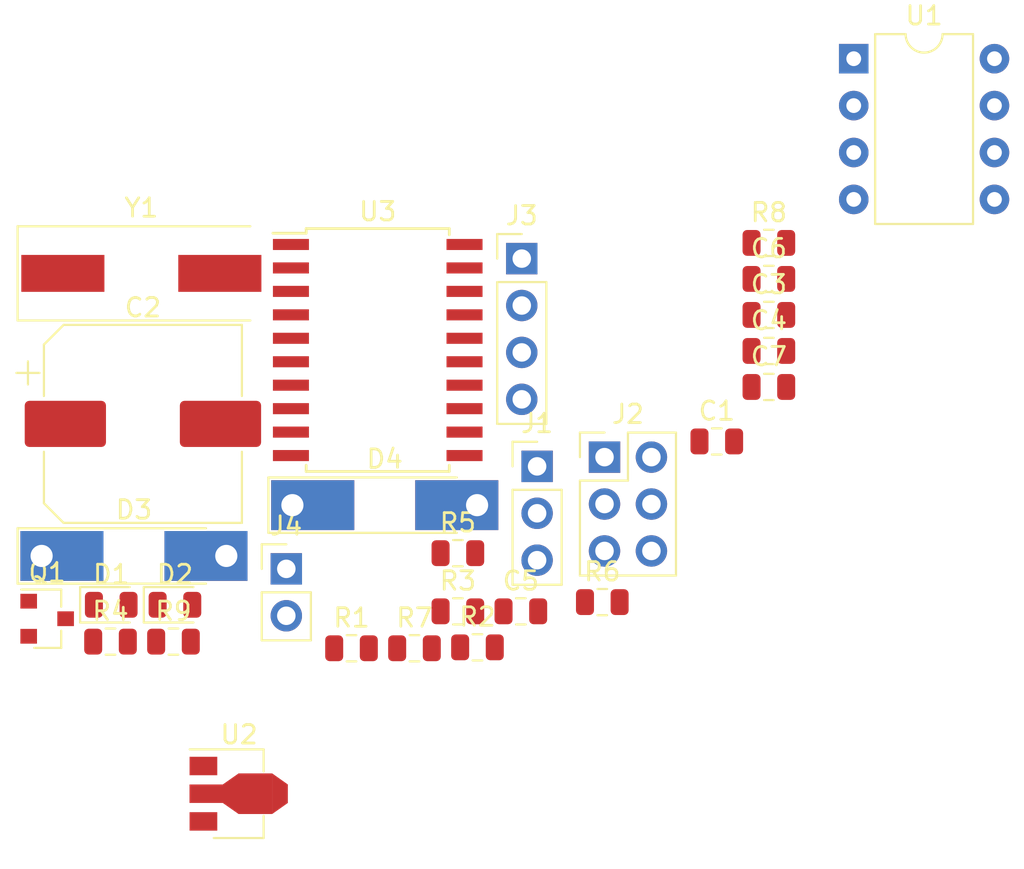
<source format=kicad_pcb>
(kicad_pcb (version 20171130) (host pcbnew 5.0.2-bee76a0~70~ubuntu18.04.1)

  (general
    (thickness 1.6)
    (drawings 0)
    (tracks 0)
    (zones 0)
    (modules 29)
    (nets 31)
  )

  (page A4)
  (layers
    (0 F.Cu signal)
    (31 B.Cu signal)
    (32 B.Adhes user)
    (33 F.Adhes user)
    (34 B.Paste user)
    (35 F.Paste user)
    (36 B.SilkS user)
    (37 F.SilkS user)
    (38 B.Mask user)
    (39 F.Mask user)
    (40 Dwgs.User user)
    (41 Cmts.User user)
    (42 Eco1.User user)
    (43 Eco2.User user)
    (44 Edge.Cuts user)
    (45 Margin user)
    (46 B.CrtYd user)
    (47 F.CrtYd user)
    (48 B.Fab user)
    (49 F.Fab user)
  )

  (setup
    (last_trace_width 0.25)
    (trace_clearance 0.2)
    (zone_clearance 0.508)
    (zone_45_only no)
    (trace_min 0.2)
    (segment_width 0.2)
    (edge_width 0.15)
    (via_size 0.8)
    (via_drill 0.4)
    (via_min_size 0.4)
    (via_min_drill 0.3)
    (uvia_size 0.3)
    (uvia_drill 0.1)
    (uvias_allowed no)
    (uvia_min_size 0.2)
    (uvia_min_drill 0.1)
    (pcb_text_width 0.3)
    (pcb_text_size 1.5 1.5)
    (mod_edge_width 0.15)
    (mod_text_size 1 1)
    (mod_text_width 0.15)
    (pad_size 1.524 1.524)
    (pad_drill 0.762)
    (pad_to_mask_clearance 0.051)
    (solder_mask_min_width 0.25)
    (aux_axis_origin 0 0)
    (visible_elements FFFFFF7F)
    (pcbplotparams
      (layerselection 0x010fc_ffffffff)
      (usegerberextensions false)
      (usegerberattributes false)
      (usegerberadvancedattributes false)
      (creategerberjobfile false)
      (excludeedgelayer true)
      (linewidth 0.100000)
      (plotframeref false)
      (viasonmask false)
      (mode 1)
      (useauxorigin false)
      (hpglpennumber 1)
      (hpglpenspeed 20)
      (hpglpendiameter 15.000000)
      (psnegative false)
      (psa4output false)
      (plotreference true)
      (plotvalue true)
      (plotinvisibletext false)
      (padsonsilk false)
      (subtractmaskfromsilk false)
      (outputformat 1)
      (mirror false)
      (drillshape 1)
      (scaleselection 1)
      (outputdirectory ""))
  )

  (net 0 "")
  (net 1 VCC)
  (net 2 RESET)
  (net 3 "Net-(J1-Pad2)")
  (net 4 "Net-(J1-Pad3)")
  (net 5 "Net-(D3-Pad1)")
  (net 6 FROM_CAM)
  (net 7 "Net-(R3-Pad2)")
  (net 8 "Net-(Q1-Pad1)")
  (net 9 "Net-(D1-Pad2)")
  (net 10 "Net-(D2-Pad2)")
  (net 11 "Net-(D4-Pad1)")
  (net 12 FROM_CCU)
  (net 13 GND)
  (net 14 "Net-(C2-Pad1)")
  (net 15 TallyOut)
  (net 16 "Net-(U3-Pad3)")
  (net 17 "Net-(C5-Pad1)")
  (net 18 "Net-(C4-Pad2)")
  (net 19 TXEN)
  (net 20 "Net-(D1-Pad1)")
  (net 21 "Net-(D2-Pad1)")
  (net 22 "Net-(U3-Pad11)")
  (net 23 "Net-(U3-Pad13)")
  (net 24 "Net-(U3-Pad14)")
  (net 25 "Net-(U3-Pad15)")
  (net 26 "Net-(U3-Pad16)")
  (net 27 MOSI)
  (net 28 MISO)
  (net 29 SCK)
  (net 30 "Net-(J3-Pad2)")

  (net_class Default "This is the default net class."
    (clearance 0.2)
    (trace_width 0.25)
    (via_dia 0.8)
    (via_drill 0.4)
    (uvia_dia 0.3)
    (uvia_drill 0.1)
    (add_net FROM_CAM)
    (add_net FROM_CCU)
    (add_net GND)
    (add_net MISO)
    (add_net MOSI)
    (add_net "Net-(C2-Pad1)")
    (add_net "Net-(C4-Pad2)")
    (add_net "Net-(C5-Pad1)")
    (add_net "Net-(D1-Pad1)")
    (add_net "Net-(D1-Pad2)")
    (add_net "Net-(D2-Pad1)")
    (add_net "Net-(D2-Pad2)")
    (add_net "Net-(D3-Pad1)")
    (add_net "Net-(D4-Pad1)")
    (add_net "Net-(J1-Pad2)")
    (add_net "Net-(J1-Pad3)")
    (add_net "Net-(J3-Pad2)")
    (add_net "Net-(Q1-Pad1)")
    (add_net "Net-(R3-Pad2)")
    (add_net "Net-(U3-Pad11)")
    (add_net "Net-(U3-Pad13)")
    (add_net "Net-(U3-Pad14)")
    (add_net "Net-(U3-Pad15)")
    (add_net "Net-(U3-Pad16)")
    (add_net "Net-(U3-Pad3)")
    (add_net RESET)
    (add_net SCK)
    (add_net TXEN)
    (add_net TallyOut)
    (add_net VCC)
  )

  (module Capacitor_SMD:CP_Elec_10x10.5 (layer F.Cu) (tedit 5BCA39D1) (tstamp 5C7AAF0D)
    (at 103.110001 78.175001)
    (descr "SMD capacitor, aluminum electrolytic, Vishay 1010, 10.0x10.5mm, http://www.vishay.com/docs/28395/150crz.pdf")
    (tags "capacitor electrolytic")
    (path /5C707BF4)
    (attr smd)
    (fp_text reference C2 (at 0 -6.3) (layer F.SilkS)
      (effects (font (size 1 1) (thickness 0.15)))
    )
    (fp_text value 100µF (at 0 6.3) (layer F.Fab)
      (effects (font (size 1 1) (thickness 0.15)))
    )
    (fp_circle (center 0 0) (end 5 0) (layer F.Fab) (width 0.1))
    (fp_line (start 5.25 -5.25) (end 5.25 5.25) (layer F.Fab) (width 0.1))
    (fp_line (start -4.25 -5.25) (end 5.25 -5.25) (layer F.Fab) (width 0.1))
    (fp_line (start -4.25 5.25) (end 5.25 5.25) (layer F.Fab) (width 0.1))
    (fp_line (start -5.25 -4.25) (end -5.25 4.25) (layer F.Fab) (width 0.1))
    (fp_line (start -5.25 -4.25) (end -4.25 -5.25) (layer F.Fab) (width 0.1))
    (fp_line (start -5.25 4.25) (end -4.25 5.25) (layer F.Fab) (width 0.1))
    (fp_line (start -4.558325 -1.7) (end -3.558325 -1.7) (layer F.Fab) (width 0.1))
    (fp_line (start -4.058325 -2.2) (end -4.058325 -1.2) (layer F.Fab) (width 0.1))
    (fp_line (start 5.36 5.36) (end 5.36 1.51) (layer F.SilkS) (width 0.12))
    (fp_line (start 5.36 -5.36) (end 5.36 -1.51) (layer F.SilkS) (width 0.12))
    (fp_line (start -4.295563 -5.36) (end 5.36 -5.36) (layer F.SilkS) (width 0.12))
    (fp_line (start -4.295563 5.36) (end 5.36 5.36) (layer F.SilkS) (width 0.12))
    (fp_line (start -5.36 4.295563) (end -5.36 1.51) (layer F.SilkS) (width 0.12))
    (fp_line (start -5.36 -4.295563) (end -5.36 -1.51) (layer F.SilkS) (width 0.12))
    (fp_line (start -5.36 -4.295563) (end -4.295563 -5.36) (layer F.SilkS) (width 0.12))
    (fp_line (start -5.36 4.295563) (end -4.295563 5.36) (layer F.SilkS) (width 0.12))
    (fp_line (start -6.85 -2.76) (end -5.6 -2.76) (layer F.SilkS) (width 0.12))
    (fp_line (start -6.225 -3.385) (end -6.225 -2.135) (layer F.SilkS) (width 0.12))
    (fp_line (start 5.5 -5.5) (end 5.5 -1.5) (layer F.CrtYd) (width 0.05))
    (fp_line (start 5.5 -1.5) (end 6.65 -1.5) (layer F.CrtYd) (width 0.05))
    (fp_line (start 6.65 -1.5) (end 6.65 1.5) (layer F.CrtYd) (width 0.05))
    (fp_line (start 6.65 1.5) (end 5.5 1.5) (layer F.CrtYd) (width 0.05))
    (fp_line (start 5.5 1.5) (end 5.5 5.5) (layer F.CrtYd) (width 0.05))
    (fp_line (start -4.35 5.5) (end 5.5 5.5) (layer F.CrtYd) (width 0.05))
    (fp_line (start -4.35 -5.5) (end 5.5 -5.5) (layer F.CrtYd) (width 0.05))
    (fp_line (start -5.5 4.35) (end -4.35 5.5) (layer F.CrtYd) (width 0.05))
    (fp_line (start -5.5 -4.35) (end -4.35 -5.5) (layer F.CrtYd) (width 0.05))
    (fp_line (start -5.5 -4.35) (end -5.5 -1.5) (layer F.CrtYd) (width 0.05))
    (fp_line (start -5.5 1.5) (end -5.5 4.35) (layer F.CrtYd) (width 0.05))
    (fp_line (start -5.5 -1.5) (end -6.65 -1.5) (layer F.CrtYd) (width 0.05))
    (fp_line (start -6.65 -1.5) (end -6.65 1.5) (layer F.CrtYd) (width 0.05))
    (fp_line (start -6.65 1.5) (end -5.5 1.5) (layer F.CrtYd) (width 0.05))
    (fp_text user %R (at 0 0) (layer F.Fab)
      (effects (font (size 1 1) (thickness 0.15)))
    )
    (pad 1 smd roundrect (at -4.2 0) (size 4.4 2.5) (layers F.Cu F.Paste F.Mask) (roundrect_rratio 0.1)
      (net 14 "Net-(C2-Pad1)"))
    (pad 2 smd roundrect (at 4.2 0) (size 4.4 2.5) (layers F.Cu F.Paste F.Mask) (roundrect_rratio 0.1)
      (net 13 GND))
    (model ${KISYS3DMOD}/Capacitor_SMD.3dshapes/CP_Elec_10x10.5.wrl
      (at (xyz 0 0 0))
      (scale (xyz 1 1 1))
      (rotate (xyz 0 0 0))
    )
  )

  (module Capacitor_SMD:C_0805_2012Metric (layer F.Cu) (tedit 5B36C52B) (tstamp 5C7AAEE5)
    (at 137.005001 72.275001)
    (descr "Capacitor SMD 0805 (2012 Metric), square (rectangular) end terminal, IPC_7351 nominal, (Body size source: https://docs.google.com/spreadsheets/d/1BsfQQcO9C6DZCsRaXUlFlo91Tg2WpOkGARC1WS5S8t0/edit?usp=sharing), generated with kicad-footprint-generator")
    (tags capacitor)
    (path /5C6F5C4B)
    (attr smd)
    (fp_text reference C3 (at 0 -1.65) (layer F.SilkS)
      (effects (font (size 1 1) (thickness 0.15)))
    )
    (fp_text value 100n (at 0 1.65) (layer F.Fab)
      (effects (font (size 1 1) (thickness 0.15)))
    )
    (fp_text user %R (at 0 0) (layer F.Fab)
      (effects (font (size 0.5 0.5) (thickness 0.08)))
    )
    (fp_line (start 1.68 0.95) (end -1.68 0.95) (layer F.CrtYd) (width 0.05))
    (fp_line (start 1.68 -0.95) (end 1.68 0.95) (layer F.CrtYd) (width 0.05))
    (fp_line (start -1.68 -0.95) (end 1.68 -0.95) (layer F.CrtYd) (width 0.05))
    (fp_line (start -1.68 0.95) (end -1.68 -0.95) (layer F.CrtYd) (width 0.05))
    (fp_line (start -0.258578 0.71) (end 0.258578 0.71) (layer F.SilkS) (width 0.12))
    (fp_line (start -0.258578 -0.71) (end 0.258578 -0.71) (layer F.SilkS) (width 0.12))
    (fp_line (start 1 0.6) (end -1 0.6) (layer F.Fab) (width 0.1))
    (fp_line (start 1 -0.6) (end 1 0.6) (layer F.Fab) (width 0.1))
    (fp_line (start -1 -0.6) (end 1 -0.6) (layer F.Fab) (width 0.1))
    (fp_line (start -1 0.6) (end -1 -0.6) (layer F.Fab) (width 0.1))
    (pad 2 smd roundrect (at 0.9375 0) (size 0.975 1.4) (layers F.Cu F.Paste F.Mask) (roundrect_rratio 0.25)
      (net 13 GND))
    (pad 1 smd roundrect (at -0.9375 0) (size 0.975 1.4) (layers F.Cu F.Paste F.Mask) (roundrect_rratio 0.25)
      (net 14 "Net-(C2-Pad1)"))
    (model ${KISYS3DMOD}/Capacitor_SMD.3dshapes/C_0805_2012Metric.wrl
      (at (xyz 0 0 0))
      (scale (xyz 1 1 1))
      (rotate (xyz 0 0 0))
    )
  )

  (module Capacitor_SMD:C_0805_2012Metric (layer F.Cu) (tedit 5B36C52B) (tstamp 5C7AAED4)
    (at 137.005001 74.225001)
    (descr "Capacitor SMD 0805 (2012 Metric), square (rectangular) end terminal, IPC_7351 nominal, (Body size source: https://docs.google.com/spreadsheets/d/1BsfQQcO9C6DZCsRaXUlFlo91Tg2WpOkGARC1WS5S8t0/edit?usp=sharing), generated with kicad-footprint-generator")
    (tags capacitor)
    (path /5C6F596F)
    (attr smd)
    (fp_text reference C4 (at 0 -1.65) (layer F.SilkS)
      (effects (font (size 1 1) (thickness 0.15)))
    )
    (fp_text value 22p (at 0 1.65) (layer F.Fab)
      (effects (font (size 1 1) (thickness 0.15)))
    )
    (fp_line (start -1 0.6) (end -1 -0.6) (layer F.Fab) (width 0.1))
    (fp_line (start -1 -0.6) (end 1 -0.6) (layer F.Fab) (width 0.1))
    (fp_line (start 1 -0.6) (end 1 0.6) (layer F.Fab) (width 0.1))
    (fp_line (start 1 0.6) (end -1 0.6) (layer F.Fab) (width 0.1))
    (fp_line (start -0.258578 -0.71) (end 0.258578 -0.71) (layer F.SilkS) (width 0.12))
    (fp_line (start -0.258578 0.71) (end 0.258578 0.71) (layer F.SilkS) (width 0.12))
    (fp_line (start -1.68 0.95) (end -1.68 -0.95) (layer F.CrtYd) (width 0.05))
    (fp_line (start -1.68 -0.95) (end 1.68 -0.95) (layer F.CrtYd) (width 0.05))
    (fp_line (start 1.68 -0.95) (end 1.68 0.95) (layer F.CrtYd) (width 0.05))
    (fp_line (start 1.68 0.95) (end -1.68 0.95) (layer F.CrtYd) (width 0.05))
    (fp_text user %R (at 0 0) (layer F.Fab)
      (effects (font (size 0.5 0.5) (thickness 0.08)))
    )
    (pad 1 smd roundrect (at -0.9375 0) (size 0.975 1.4) (layers F.Cu F.Paste F.Mask) (roundrect_rratio 0.25)
      (net 13 GND))
    (pad 2 smd roundrect (at 0.9375 0) (size 0.975 1.4) (layers F.Cu F.Paste F.Mask) (roundrect_rratio 0.25)
      (net 18 "Net-(C4-Pad2)"))
    (model ${KISYS3DMOD}/Capacitor_SMD.3dshapes/C_0805_2012Metric.wrl
      (at (xyz 0 0 0))
      (scale (xyz 1 1 1))
      (rotate (xyz 0 0 0))
    )
  )

  (module Capacitor_SMD:C_0805_2012Metric (layer F.Cu) (tedit 5B36C52B) (tstamp 5C7AAEC3)
    (at 123.575001 88.325001)
    (descr "Capacitor SMD 0805 (2012 Metric), square (rectangular) end terminal, IPC_7351 nominal, (Body size source: https://docs.google.com/spreadsheets/d/1BsfQQcO9C6DZCsRaXUlFlo91Tg2WpOkGARC1WS5S8t0/edit?usp=sharing), generated with kicad-footprint-generator")
    (tags capacitor)
    (path /5C6F5921)
    (attr smd)
    (fp_text reference C5 (at 0 -1.65) (layer F.SilkS)
      (effects (font (size 1 1) (thickness 0.15)))
    )
    (fp_text value 22p (at 0 1.65) (layer F.Fab)
      (effects (font (size 1 1) (thickness 0.15)))
    )
    (fp_text user %R (at 0 0) (layer F.Fab)
      (effects (font (size 0.5 0.5) (thickness 0.08)))
    )
    (fp_line (start 1.68 0.95) (end -1.68 0.95) (layer F.CrtYd) (width 0.05))
    (fp_line (start 1.68 -0.95) (end 1.68 0.95) (layer F.CrtYd) (width 0.05))
    (fp_line (start -1.68 -0.95) (end 1.68 -0.95) (layer F.CrtYd) (width 0.05))
    (fp_line (start -1.68 0.95) (end -1.68 -0.95) (layer F.CrtYd) (width 0.05))
    (fp_line (start -0.258578 0.71) (end 0.258578 0.71) (layer F.SilkS) (width 0.12))
    (fp_line (start -0.258578 -0.71) (end 0.258578 -0.71) (layer F.SilkS) (width 0.12))
    (fp_line (start 1 0.6) (end -1 0.6) (layer F.Fab) (width 0.1))
    (fp_line (start 1 -0.6) (end 1 0.6) (layer F.Fab) (width 0.1))
    (fp_line (start -1 -0.6) (end 1 -0.6) (layer F.Fab) (width 0.1))
    (fp_line (start -1 0.6) (end -1 -0.6) (layer F.Fab) (width 0.1))
    (pad 2 smd roundrect (at 0.9375 0) (size 0.975 1.4) (layers F.Cu F.Paste F.Mask) (roundrect_rratio 0.25)
      (net 13 GND))
    (pad 1 smd roundrect (at -0.9375 0) (size 0.975 1.4) (layers F.Cu F.Paste F.Mask) (roundrect_rratio 0.25)
      (net 17 "Net-(C5-Pad1)"))
    (model ${KISYS3DMOD}/Capacitor_SMD.3dshapes/C_0805_2012Metric.wrl
      (at (xyz 0 0 0))
      (scale (xyz 1 1 1))
      (rotate (xyz 0 0 0))
    )
  )

  (module Capacitor_SMD:C_0805_2012Metric (layer F.Cu) (tedit 5B36C52B) (tstamp 5C7AAEB2)
    (at 137.005001 70.325001)
    (descr "Capacitor SMD 0805 (2012 Metric), square (rectangular) end terminal, IPC_7351 nominal, (Body size source: https://docs.google.com/spreadsheets/d/1BsfQQcO9C6DZCsRaXUlFlo91Tg2WpOkGARC1WS5S8t0/edit?usp=sharing), generated with kicad-footprint-generator")
    (tags capacitor)
    (path /5C6F5C9D)
    (attr smd)
    (fp_text reference C6 (at 0 -1.65) (layer F.SilkS)
      (effects (font (size 1 1) (thickness 0.15)))
    )
    (fp_text value 100n (at 0 1.65) (layer F.Fab)
      (effects (font (size 1 1) (thickness 0.15)))
    )
    (fp_line (start -1 0.6) (end -1 -0.6) (layer F.Fab) (width 0.1))
    (fp_line (start -1 -0.6) (end 1 -0.6) (layer F.Fab) (width 0.1))
    (fp_line (start 1 -0.6) (end 1 0.6) (layer F.Fab) (width 0.1))
    (fp_line (start 1 0.6) (end -1 0.6) (layer F.Fab) (width 0.1))
    (fp_line (start -0.258578 -0.71) (end 0.258578 -0.71) (layer F.SilkS) (width 0.12))
    (fp_line (start -0.258578 0.71) (end 0.258578 0.71) (layer F.SilkS) (width 0.12))
    (fp_line (start -1.68 0.95) (end -1.68 -0.95) (layer F.CrtYd) (width 0.05))
    (fp_line (start -1.68 -0.95) (end 1.68 -0.95) (layer F.CrtYd) (width 0.05))
    (fp_line (start 1.68 -0.95) (end 1.68 0.95) (layer F.CrtYd) (width 0.05))
    (fp_line (start 1.68 0.95) (end -1.68 0.95) (layer F.CrtYd) (width 0.05))
    (fp_text user %R (at 0 0) (layer F.Fab)
      (effects (font (size 0.5 0.5) (thickness 0.08)))
    )
    (pad 1 smd roundrect (at -0.9375 0) (size 0.975 1.4) (layers F.Cu F.Paste F.Mask) (roundrect_rratio 0.25)
      (net 13 GND))
    (pad 2 smd roundrect (at 0.9375 0) (size 0.975 1.4) (layers F.Cu F.Paste F.Mask) (roundrect_rratio 0.25)
      (net 1 VCC))
    (model ${KISYS3DMOD}/Capacitor_SMD.3dshapes/C_0805_2012Metric.wrl
      (at (xyz 0 0 0))
      (scale (xyz 1 1 1))
      (rotate (xyz 0 0 0))
    )
  )

  (module Capacitor_SMD:C_0805_2012Metric (layer F.Cu) (tedit 5B36C52B) (tstamp 5C7AAEA1)
    (at 137.005001 76.175001)
    (descr "Capacitor SMD 0805 (2012 Metric), square (rectangular) end terminal, IPC_7351 nominal, (Body size source: https://docs.google.com/spreadsheets/d/1BsfQQcO9C6DZCsRaXUlFlo91Tg2WpOkGARC1WS5S8t0/edit?usp=sharing), generated with kicad-footprint-generator")
    (tags capacitor)
    (path /5C6F524C)
    (attr smd)
    (fp_text reference C7 (at 0 -1.65) (layer F.SilkS)
      (effects (font (size 1 1) (thickness 0.15)))
    )
    (fp_text value 100n (at 0 1.65) (layer F.Fab)
      (effects (font (size 1 1) (thickness 0.15)))
    )
    (fp_text user %R (at 0 0) (layer F.Fab)
      (effects (font (size 0.5 0.5) (thickness 0.08)))
    )
    (fp_line (start 1.68 0.95) (end -1.68 0.95) (layer F.CrtYd) (width 0.05))
    (fp_line (start 1.68 -0.95) (end 1.68 0.95) (layer F.CrtYd) (width 0.05))
    (fp_line (start -1.68 -0.95) (end 1.68 -0.95) (layer F.CrtYd) (width 0.05))
    (fp_line (start -1.68 0.95) (end -1.68 -0.95) (layer F.CrtYd) (width 0.05))
    (fp_line (start -0.258578 0.71) (end 0.258578 0.71) (layer F.SilkS) (width 0.12))
    (fp_line (start -0.258578 -0.71) (end 0.258578 -0.71) (layer F.SilkS) (width 0.12))
    (fp_line (start 1 0.6) (end -1 0.6) (layer F.Fab) (width 0.1))
    (fp_line (start 1 -0.6) (end 1 0.6) (layer F.Fab) (width 0.1))
    (fp_line (start -1 -0.6) (end 1 -0.6) (layer F.Fab) (width 0.1))
    (fp_line (start -1 0.6) (end -1 -0.6) (layer F.Fab) (width 0.1))
    (pad 2 smd roundrect (at 0.9375 0) (size 0.975 1.4) (layers F.Cu F.Paste F.Mask) (roundrect_rratio 0.25)
      (net 13 GND))
    (pad 1 smd roundrect (at -0.9375 0) (size 0.975 1.4) (layers F.Cu F.Paste F.Mask) (roundrect_rratio 0.25)
      (net 1 VCC))
    (model ${KISYS3DMOD}/Capacitor_SMD.3dshapes/C_0805_2012Metric.wrl
      (at (xyz 0 0 0))
      (scale (xyz 1 1 1))
      (rotate (xyz 0 0 0))
    )
  )

  (module Capacitor_SMD:C_0805_2012Metric (layer F.Cu) (tedit 5B36C52B) (tstamp 5C7AAE90)
    (at 134.185001 79.125001)
    (descr "Capacitor SMD 0805 (2012 Metric), square (rectangular) end terminal, IPC_7351 nominal, (Body size source: https://docs.google.com/spreadsheets/d/1BsfQQcO9C6DZCsRaXUlFlo91Tg2WpOkGARC1WS5S8t0/edit?usp=sharing), generated with kicad-footprint-generator")
    (tags capacitor)
    (path /5C6F5212)
    (attr smd)
    (fp_text reference C1 (at 0 -1.65) (layer F.SilkS)
      (effects (font (size 1 1) (thickness 0.15)))
    )
    (fp_text value 100n (at 0 1.65) (layer F.Fab)
      (effects (font (size 1 1) (thickness 0.15)))
    )
    (fp_line (start -1 0.6) (end -1 -0.6) (layer F.Fab) (width 0.1))
    (fp_line (start -1 -0.6) (end 1 -0.6) (layer F.Fab) (width 0.1))
    (fp_line (start 1 -0.6) (end 1 0.6) (layer F.Fab) (width 0.1))
    (fp_line (start 1 0.6) (end -1 0.6) (layer F.Fab) (width 0.1))
    (fp_line (start -0.258578 -0.71) (end 0.258578 -0.71) (layer F.SilkS) (width 0.12))
    (fp_line (start -0.258578 0.71) (end 0.258578 0.71) (layer F.SilkS) (width 0.12))
    (fp_line (start -1.68 0.95) (end -1.68 -0.95) (layer F.CrtYd) (width 0.05))
    (fp_line (start -1.68 -0.95) (end 1.68 -0.95) (layer F.CrtYd) (width 0.05))
    (fp_line (start 1.68 -0.95) (end 1.68 0.95) (layer F.CrtYd) (width 0.05))
    (fp_line (start 1.68 0.95) (end -1.68 0.95) (layer F.CrtYd) (width 0.05))
    (fp_text user %R (at 0 0) (layer F.Fab)
      (effects (font (size 0.5 0.5) (thickness 0.08)))
    )
    (pad 1 smd roundrect (at -0.9375 0) (size 0.975 1.4) (layers F.Cu F.Paste F.Mask) (roundrect_rratio 0.25)
      (net 1 VCC))
    (pad 2 smd roundrect (at 0.9375 0) (size 0.975 1.4) (layers F.Cu F.Paste F.Mask) (roundrect_rratio 0.25)
      (net 13 GND))
    (model ${KISYS3DMOD}/Capacitor_SMD.3dshapes/C_0805_2012Metric.wrl
      (at (xyz 0 0 0))
      (scale (xyz 1 1 1))
      (rotate (xyz 0 0 0))
    )
  )

  (module Connector_PinHeader_2.54mm:PinHeader_1x02_P2.54mm_Vertical (layer F.Cu) (tedit 59FED5CC) (tstamp 5C7AAE7F)
    (at 110.875001 86.025001)
    (descr "Through hole straight pin header, 1x02, 2.54mm pitch, single row")
    (tags "Through hole pin header THT 1x02 2.54mm single row")
    (path /5C708475)
    (fp_text reference J4 (at 0 -2.33) (layer F.SilkS)
      (effects (font (size 1 1) (thickness 0.15)))
    )
    (fp_text value Conn_01x02 (at 0 4.87) (layer F.Fab)
      (effects (font (size 1 1) (thickness 0.15)))
    )
    (fp_line (start -0.635 -1.27) (end 1.27 -1.27) (layer F.Fab) (width 0.1))
    (fp_line (start 1.27 -1.27) (end 1.27 3.81) (layer F.Fab) (width 0.1))
    (fp_line (start 1.27 3.81) (end -1.27 3.81) (layer F.Fab) (width 0.1))
    (fp_line (start -1.27 3.81) (end -1.27 -0.635) (layer F.Fab) (width 0.1))
    (fp_line (start -1.27 -0.635) (end -0.635 -1.27) (layer F.Fab) (width 0.1))
    (fp_line (start -1.33 3.87) (end 1.33 3.87) (layer F.SilkS) (width 0.12))
    (fp_line (start -1.33 1.27) (end -1.33 3.87) (layer F.SilkS) (width 0.12))
    (fp_line (start 1.33 1.27) (end 1.33 3.87) (layer F.SilkS) (width 0.12))
    (fp_line (start -1.33 1.27) (end 1.33 1.27) (layer F.SilkS) (width 0.12))
    (fp_line (start -1.33 0) (end -1.33 -1.33) (layer F.SilkS) (width 0.12))
    (fp_line (start -1.33 -1.33) (end 0 -1.33) (layer F.SilkS) (width 0.12))
    (fp_line (start -1.8 -1.8) (end -1.8 4.35) (layer F.CrtYd) (width 0.05))
    (fp_line (start -1.8 4.35) (end 1.8 4.35) (layer F.CrtYd) (width 0.05))
    (fp_line (start 1.8 4.35) (end 1.8 -1.8) (layer F.CrtYd) (width 0.05))
    (fp_line (start 1.8 -1.8) (end -1.8 -1.8) (layer F.CrtYd) (width 0.05))
    (fp_text user %R (at 0 1.27 90) (layer F.Fab)
      (effects (font (size 1 1) (thickness 0.15)))
    )
    (pad 1 thru_hole rect (at 0 0) (size 1.7 1.7) (drill 1) (layers *.Cu *.Mask)
      (net 1 VCC))
    (pad 2 thru_hole oval (at 0 2.54) (size 1.7 1.7) (drill 1) (layers *.Cu *.Mask)
      (net 15 TallyOut))
    (model ${KISYS3DMOD}/Connector_PinHeader_2.54mm.3dshapes/PinHeader_1x02_P2.54mm_Vertical.wrl
      (at (xyz 0 0 0))
      (scale (xyz 1 1 1))
      (rotate (xyz 0 0 0))
    )
  )

  (module Connector_PinHeader_2.54mm:PinHeader_1x03_P2.54mm_Vertical (layer F.Cu) (tedit 59FED5CC) (tstamp 5C7AAE69)
    (at 124.455001 80.475001)
    (descr "Through hole straight pin header, 1x03, 2.54mm pitch, single row")
    (tags "Through hole pin header THT 1x03 2.54mm single row")
    (path /5C6FA9CF)
    (fp_text reference J1 (at 0 -2.33) (layer F.SilkS)
      (effects (font (size 1 1) (thickness 0.15)))
    )
    (fp_text value Conn_01x03 (at 0 7.41) (layer F.Fab)
      (effects (font (size 1 1) (thickness 0.15)))
    )
    (fp_line (start -0.635 -1.27) (end 1.27 -1.27) (layer F.Fab) (width 0.1))
    (fp_line (start 1.27 -1.27) (end 1.27 6.35) (layer F.Fab) (width 0.1))
    (fp_line (start 1.27 6.35) (end -1.27 6.35) (layer F.Fab) (width 0.1))
    (fp_line (start -1.27 6.35) (end -1.27 -0.635) (layer F.Fab) (width 0.1))
    (fp_line (start -1.27 -0.635) (end -0.635 -1.27) (layer F.Fab) (width 0.1))
    (fp_line (start -1.33 6.41) (end 1.33 6.41) (layer F.SilkS) (width 0.12))
    (fp_line (start -1.33 1.27) (end -1.33 6.41) (layer F.SilkS) (width 0.12))
    (fp_line (start 1.33 1.27) (end 1.33 6.41) (layer F.SilkS) (width 0.12))
    (fp_line (start -1.33 1.27) (end 1.33 1.27) (layer F.SilkS) (width 0.12))
    (fp_line (start -1.33 0) (end -1.33 -1.33) (layer F.SilkS) (width 0.12))
    (fp_line (start -1.33 -1.33) (end 0 -1.33) (layer F.SilkS) (width 0.12))
    (fp_line (start -1.8 -1.8) (end -1.8 6.85) (layer F.CrtYd) (width 0.05))
    (fp_line (start -1.8 6.85) (end 1.8 6.85) (layer F.CrtYd) (width 0.05))
    (fp_line (start 1.8 6.85) (end 1.8 -1.8) (layer F.CrtYd) (width 0.05))
    (fp_line (start 1.8 -1.8) (end -1.8 -1.8) (layer F.CrtYd) (width 0.05))
    (fp_text user %R (at 0 2.54 90) (layer F.Fab)
      (effects (font (size 1 1) (thickness 0.15)))
    )
    (pad 1 thru_hole rect (at 0 0) (size 1.7 1.7) (drill 1) (layers *.Cu *.Mask)
      (net 13 GND))
    (pad 2 thru_hole oval (at 0 2.54) (size 1.7 1.7) (drill 1) (layers *.Cu *.Mask)
      (net 3 "Net-(J1-Pad2)"))
    (pad 3 thru_hole oval (at 0 5.08) (size 1.7 1.7) (drill 1) (layers *.Cu *.Mask)
      (net 4 "Net-(J1-Pad3)"))
    (model ${KISYS3DMOD}/Connector_PinHeader_2.54mm.3dshapes/PinHeader_1x03_P2.54mm_Vertical.wrl
      (at (xyz 0 0 0))
      (scale (xyz 1 1 1))
      (rotate (xyz 0 0 0))
    )
  )

  (module Connector_PinHeader_2.54mm:PinHeader_1x04_P2.54mm_Vertical (layer F.Cu) (tedit 59FED5CC) (tstamp 5C7AAE52)
    (at 123.625001 69.225001)
    (descr "Through hole straight pin header, 1x04, 2.54mm pitch, single row")
    (tags "Through hole pin header THT 1x04 2.54mm single row")
    (path /5C6F7ECF)
    (fp_text reference J3 (at 0 -2.33) (layer F.SilkS)
      (effects (font (size 1 1) (thickness 0.15)))
    )
    (fp_text value Conn_01x04 (at 0 9.95) (layer F.Fab)
      (effects (font (size 1 1) (thickness 0.15)))
    )
    (fp_line (start -0.635 -1.27) (end 1.27 -1.27) (layer F.Fab) (width 0.1))
    (fp_line (start 1.27 -1.27) (end 1.27 8.89) (layer F.Fab) (width 0.1))
    (fp_line (start 1.27 8.89) (end -1.27 8.89) (layer F.Fab) (width 0.1))
    (fp_line (start -1.27 8.89) (end -1.27 -0.635) (layer F.Fab) (width 0.1))
    (fp_line (start -1.27 -0.635) (end -0.635 -1.27) (layer F.Fab) (width 0.1))
    (fp_line (start -1.33 8.95) (end 1.33 8.95) (layer F.SilkS) (width 0.12))
    (fp_line (start -1.33 1.27) (end -1.33 8.95) (layer F.SilkS) (width 0.12))
    (fp_line (start 1.33 1.27) (end 1.33 8.95) (layer F.SilkS) (width 0.12))
    (fp_line (start -1.33 1.27) (end 1.33 1.27) (layer F.SilkS) (width 0.12))
    (fp_line (start -1.33 0) (end -1.33 -1.33) (layer F.SilkS) (width 0.12))
    (fp_line (start -1.33 -1.33) (end 0 -1.33) (layer F.SilkS) (width 0.12))
    (fp_line (start -1.8 -1.8) (end -1.8 9.4) (layer F.CrtYd) (width 0.05))
    (fp_line (start -1.8 9.4) (end 1.8 9.4) (layer F.CrtYd) (width 0.05))
    (fp_line (start 1.8 9.4) (end 1.8 -1.8) (layer F.CrtYd) (width 0.05))
    (fp_line (start 1.8 -1.8) (end -1.8 -1.8) (layer F.CrtYd) (width 0.05))
    (fp_text user %R (at 0 3.81 90) (layer F.Fab)
      (effects (font (size 1 1) (thickness 0.15)))
    )
    (pad 1 thru_hole rect (at 0 0) (size 1.7 1.7) (drill 1) (layers *.Cu *.Mask)
      (net 13 GND))
    (pad 2 thru_hole oval (at 0 2.54) (size 1.7 1.7) (drill 1) (layers *.Cu *.Mask)
      (net 30 "Net-(J3-Pad2)"))
    (pad 3 thru_hole oval (at 0 5.08) (size 1.7 1.7) (drill 1) (layers *.Cu *.Mask)
      (net 5 "Net-(D3-Pad1)"))
    (pad 4 thru_hole oval (at 0 7.62) (size 1.7 1.7) (drill 1) (layers *.Cu *.Mask)
      (net 11 "Net-(D4-Pad1)"))
    (model ${KISYS3DMOD}/Connector_PinHeader_2.54mm.3dshapes/PinHeader_1x04_P2.54mm_Vertical.wrl
      (at (xyz 0 0 0))
      (scale (xyz 1 1 1))
      (rotate (xyz 0 0 0))
    )
  )

  (module Connector_PinHeader_2.54mm:PinHeader_2x03_P2.54mm_Vertical (layer F.Cu) (tedit 59FED5CC) (tstamp 5C7AB25E)
    (at 128.105001 79.975001)
    (descr "Through hole straight pin header, 2x03, 2.54mm pitch, double rows")
    (tags "Through hole pin header THT 2x03 2.54mm double row")
    (path /5C7037EA)
    (fp_text reference J2 (at 1.27 -2.33) (layer F.SilkS)
      (effects (font (size 1 1) (thickness 0.15)))
    )
    (fp_text value Conn_02x03_Odd_Even (at 1.27 7.41) (layer F.Fab)
      (effects (font (size 1 1) (thickness 0.15)))
    )
    (fp_line (start 0 -1.27) (end 3.81 -1.27) (layer F.Fab) (width 0.1))
    (fp_line (start 3.81 -1.27) (end 3.81 6.35) (layer F.Fab) (width 0.1))
    (fp_line (start 3.81 6.35) (end -1.27 6.35) (layer F.Fab) (width 0.1))
    (fp_line (start -1.27 6.35) (end -1.27 0) (layer F.Fab) (width 0.1))
    (fp_line (start -1.27 0) (end 0 -1.27) (layer F.Fab) (width 0.1))
    (fp_line (start -1.33 6.41) (end 3.87 6.41) (layer F.SilkS) (width 0.12))
    (fp_line (start -1.33 1.27) (end -1.33 6.41) (layer F.SilkS) (width 0.12))
    (fp_line (start 3.87 -1.33) (end 3.87 6.41) (layer F.SilkS) (width 0.12))
    (fp_line (start -1.33 1.27) (end 1.27 1.27) (layer F.SilkS) (width 0.12))
    (fp_line (start 1.27 1.27) (end 1.27 -1.33) (layer F.SilkS) (width 0.12))
    (fp_line (start 1.27 -1.33) (end 3.87 -1.33) (layer F.SilkS) (width 0.12))
    (fp_line (start -1.33 0) (end -1.33 -1.33) (layer F.SilkS) (width 0.12))
    (fp_line (start -1.33 -1.33) (end 0 -1.33) (layer F.SilkS) (width 0.12))
    (fp_line (start -1.8 -1.8) (end -1.8 6.85) (layer F.CrtYd) (width 0.05))
    (fp_line (start -1.8 6.85) (end 4.35 6.85) (layer F.CrtYd) (width 0.05))
    (fp_line (start 4.35 6.85) (end 4.35 -1.8) (layer F.CrtYd) (width 0.05))
    (fp_line (start 4.35 -1.8) (end -1.8 -1.8) (layer F.CrtYd) (width 0.05))
    (fp_text user %R (at 1.27 2.54 90) (layer F.Fab)
      (effects (font (size 1 1) (thickness 0.15)))
    )
    (pad 1 thru_hole rect (at 0 0) (size 1.7 1.7) (drill 1) (layers *.Cu *.Mask)
      (net 28 MISO))
    (pad 2 thru_hole oval (at 2.54 0) (size 1.7 1.7) (drill 1) (layers *.Cu *.Mask)
      (net 1 VCC))
    (pad 3 thru_hole oval (at 0 2.54) (size 1.7 1.7) (drill 1) (layers *.Cu *.Mask)
      (net 29 SCK))
    (pad 4 thru_hole oval (at 2.54 2.54) (size 1.7 1.7) (drill 1) (layers *.Cu *.Mask)
      (net 27 MOSI))
    (pad 5 thru_hole oval (at 0 5.08) (size 1.7 1.7) (drill 1) (layers *.Cu *.Mask)
      (net 2 RESET))
    (pad 6 thru_hole oval (at 2.54 5.08) (size 1.7 1.7) (drill 1) (layers *.Cu *.Mask)
      (net 13 GND))
    (model ${KISYS3DMOD}/Connector_PinHeader_2.54mm.3dshapes/PinHeader_2x03_P2.54mm_Vertical.wrl
      (at (xyz 0 0 0))
      (scale (xyz 1 1 1))
      (rotate (xyz 0 0 0))
    )
  )

  (module Crystal:Crystal_SMD_HC49-SD (layer F.Cu) (tedit 5A1AD52C) (tstamp 5C7AAE1E)
    (at 103.025001 70.025001)
    (descr "SMD Crystal HC-49-SD http://cdn-reichelt.de/documents/datenblatt/B400/xxx-HC49-SMD.pdf, 11.4x4.7mm^2 package")
    (tags "SMD SMT crystal")
    (path /5C6F5D63)
    (attr smd)
    (fp_text reference Y1 (at 0 -3.55) (layer F.SilkS)
      (effects (font (size 1 1) (thickness 0.15)))
    )
    (fp_text value Crystal (at 0 3.55) (layer F.Fab)
      (effects (font (size 1 1) (thickness 0.15)))
    )
    (fp_text user %R (at 0 0) (layer F.Fab)
      (effects (font (size 1 1) (thickness 0.15)))
    )
    (fp_line (start -5.7 -2.35) (end -5.7 2.35) (layer F.Fab) (width 0.1))
    (fp_line (start -5.7 2.35) (end 5.7 2.35) (layer F.Fab) (width 0.1))
    (fp_line (start 5.7 2.35) (end 5.7 -2.35) (layer F.Fab) (width 0.1))
    (fp_line (start 5.7 -2.35) (end -5.7 -2.35) (layer F.Fab) (width 0.1))
    (fp_line (start -3.015 -2.115) (end 3.015 -2.115) (layer F.Fab) (width 0.1))
    (fp_line (start -3.015 2.115) (end 3.015 2.115) (layer F.Fab) (width 0.1))
    (fp_line (start 5.9 -2.55) (end -6.7 -2.55) (layer F.SilkS) (width 0.12))
    (fp_line (start -6.7 -2.55) (end -6.7 2.55) (layer F.SilkS) (width 0.12))
    (fp_line (start -6.7 2.55) (end 5.9 2.55) (layer F.SilkS) (width 0.12))
    (fp_line (start -6.8 -2.6) (end -6.8 2.6) (layer F.CrtYd) (width 0.05))
    (fp_line (start -6.8 2.6) (end 6.8 2.6) (layer F.CrtYd) (width 0.05))
    (fp_line (start 6.8 2.6) (end 6.8 -2.6) (layer F.CrtYd) (width 0.05))
    (fp_line (start 6.8 -2.6) (end -6.8 -2.6) (layer F.CrtYd) (width 0.05))
    (fp_arc (start -3.015 0) (end -3.015 -2.115) (angle -180) (layer F.Fab) (width 0.1))
    (fp_arc (start 3.015 0) (end 3.015 -2.115) (angle 180) (layer F.Fab) (width 0.1))
    (pad 1 smd rect (at -4.25 0) (size 4.5 2) (layers F.Cu F.Paste F.Mask)
      (net 18 "Net-(C4-Pad2)"))
    (pad 2 smd rect (at 4.25 0) (size 4.5 2) (layers F.Cu F.Paste F.Mask)
      (net 17 "Net-(C5-Pad1)"))
    (model ${KISYS3DMOD}/Crystal.3dshapes/Crystal_SMD_HC49-SD.wrl
      (at (xyz 0 0 0))
      (scale (xyz 1 1 1))
      (rotate (xyz 0 0 0))
    )
  )

  (module Diode_SMD:D_MELF-RM10_Universal_Handsoldering (layer F.Cu) (tedit 5905D8D3) (tstamp 5C7AAE08)
    (at 116.205001 82.575001)
    (descr "Diode, Universal, MELF, RM10, Handsoldering, SMD, Thruhole,")
    (tags "Diode Universal MELF RM10 Handsoldering SMD Thruhole ")
    (path /5C6FEE29)
    (fp_text reference D4 (at 0 -2.5) (layer F.SilkS)
      (effects (font (size 1 1) (thickness 0.15)))
    )
    (fp_text value 3v6 (at 0 2.5) (layer F.Fab)
      (effects (font (size 1 1) (thickness 0.15)))
    )
    (fp_line (start -6.4 1.6) (end -6.4 -1.6) (layer F.CrtYd) (width 0.05))
    (fp_line (start 6.4 1.6) (end -6.4 1.6) (layer F.CrtYd) (width 0.05))
    (fp_line (start 6.4 -1.6) (end 6.4 1.6) (layer F.CrtYd) (width 0.05))
    (fp_line (start -6.4 -1.6) (end 6.4 -1.6) (layer F.CrtYd) (width 0.05))
    (fp_line (start -0.64944 0.00102) (end 0.50118 -0.79908) (layer F.Fab) (width 0.1))
    (fp_line (start -0.64944 0.00102) (end 0.50118 0.75032) (layer F.Fab) (width 0.1))
    (fp_line (start 0.50118 0.75032) (end 0.50118 -0.79908) (layer F.Fab) (width 0.1))
    (fp_line (start -0.64944 -0.79908) (end -0.64944 0.80112) (layer F.Fab) (width 0.1))
    (fp_line (start 0.50118 0.00102) (end 1.4994 0.00102) (layer F.Fab) (width 0.1))
    (fp_line (start -0.64944 0.00102) (end -1.55114 0.00102) (layer F.Fab) (width 0.1))
    (fp_line (start 2.6 1.3) (end 2.6 -1.3) (layer F.Fab) (width 0.1))
    (fp_line (start -2.6 1.3) (end 2.6 1.3) (layer F.Fab) (width 0.1))
    (fp_line (start -2.6 -1.3) (end -2.6 1.3) (layer F.Fab) (width 0.1))
    (fp_line (start 2.6 -1.3) (end -2.6 -1.3) (layer F.Fab) (width 0.1))
    (fp_line (start -6.3 1.5) (end 3.9 1.5) (layer F.SilkS) (width 0.12))
    (fp_line (start -6.3 -1.5) (end -6.3 1.5) (layer F.SilkS) (width 0.12))
    (fp_line (start 3.9 -1.5) (end -6.3 -1.5) (layer F.SilkS) (width 0.12))
    (fp_text user %R (at 0 -2.5) (layer F.Fab)
      (effects (font (size 1 1) (thickness 0.15)))
    )
    (pad 2 thru_hole rect (at 5 0 180) (size 4.5 2.7) (drill 1.19888 (offset 1.1 0)) (layers *.Cu *.Mask)
      (net 13 GND))
    (pad 1 thru_hole rect (at -5 0) (size 4.5 2.7) (drill 1.19888 (offset 1.1 0)) (layers *.Cu *.Mask)
      (net 11 "Net-(D4-Pad1)"))
    (model ${KISYS3DMOD}/Diode_SMD.3dshapes/D_MELF.wrl
      (at (xyz 0 0 0))
      (scale (xyz 1 1 1))
      (rotate (xyz 0 0 0))
    )
  )

  (module Diode_SMD:D_MELF-RM10_Universal_Handsoldering (layer F.Cu) (tedit 5905D8D3) (tstamp 5C7AADF0)
    (at 102.625001 85.325001)
    (descr "Diode, Universal, MELF, RM10, Handsoldering, SMD, Thruhole,")
    (tags "Diode Universal MELF RM10 Handsoldering SMD Thruhole ")
    (path /5C70269F)
    (fp_text reference D3 (at 0 -2.5) (layer F.SilkS)
      (effects (font (size 1 1) (thickness 0.15)))
    )
    (fp_text value 3v6 (at 0 2.5) (layer F.Fab)
      (effects (font (size 1 1) (thickness 0.15)))
    )
    (fp_text user %R (at 0 -2.5) (layer F.Fab)
      (effects (font (size 1 1) (thickness 0.15)))
    )
    (fp_line (start 3.9 -1.5) (end -6.3 -1.5) (layer F.SilkS) (width 0.12))
    (fp_line (start -6.3 -1.5) (end -6.3 1.5) (layer F.SilkS) (width 0.12))
    (fp_line (start -6.3 1.5) (end 3.9 1.5) (layer F.SilkS) (width 0.12))
    (fp_line (start 2.6 -1.3) (end -2.6 -1.3) (layer F.Fab) (width 0.1))
    (fp_line (start -2.6 -1.3) (end -2.6 1.3) (layer F.Fab) (width 0.1))
    (fp_line (start -2.6 1.3) (end 2.6 1.3) (layer F.Fab) (width 0.1))
    (fp_line (start 2.6 1.3) (end 2.6 -1.3) (layer F.Fab) (width 0.1))
    (fp_line (start -0.64944 0.00102) (end -1.55114 0.00102) (layer F.Fab) (width 0.1))
    (fp_line (start 0.50118 0.00102) (end 1.4994 0.00102) (layer F.Fab) (width 0.1))
    (fp_line (start -0.64944 -0.79908) (end -0.64944 0.80112) (layer F.Fab) (width 0.1))
    (fp_line (start 0.50118 0.75032) (end 0.50118 -0.79908) (layer F.Fab) (width 0.1))
    (fp_line (start -0.64944 0.00102) (end 0.50118 0.75032) (layer F.Fab) (width 0.1))
    (fp_line (start -0.64944 0.00102) (end 0.50118 -0.79908) (layer F.Fab) (width 0.1))
    (fp_line (start -6.4 -1.6) (end 6.4 -1.6) (layer F.CrtYd) (width 0.05))
    (fp_line (start 6.4 -1.6) (end 6.4 1.6) (layer F.CrtYd) (width 0.05))
    (fp_line (start 6.4 1.6) (end -6.4 1.6) (layer F.CrtYd) (width 0.05))
    (fp_line (start -6.4 1.6) (end -6.4 -1.6) (layer F.CrtYd) (width 0.05))
    (pad 1 thru_hole rect (at -5 0) (size 4.5 2.7) (drill 1.19888 (offset 1.1 0)) (layers *.Cu *.Mask)
      (net 5 "Net-(D3-Pad1)"))
    (pad 2 thru_hole rect (at 5 0 180) (size 4.5 2.7) (drill 1.19888 (offset 1.1 0)) (layers *.Cu *.Mask)
      (net 13 GND))
    (model ${KISYS3DMOD}/Diode_SMD.3dshapes/D_MELF.wrl
      (at (xyz 0 0 0))
      (scale (xyz 1 1 1))
      (rotate (xyz 0 0 0))
    )
  )

  (module LED_SMD:LED_0805_2012Metric (layer F.Cu) (tedit 5B36C52C) (tstamp 5C7AADD8)
    (at 101.395001 87.970001)
    (descr "LED SMD 0805 (2012 Metric), square (rectangular) end terminal, IPC_7351 nominal, (Body size source: https://docs.google.com/spreadsheets/d/1BsfQQcO9C6DZCsRaXUlFlo91Tg2WpOkGARC1WS5S8t0/edit?usp=sharing), generated with kicad-footprint-generator")
    (tags diode)
    (path /5C704D7A)
    (attr smd)
    (fp_text reference D1 (at 0 -1.65) (layer F.SilkS)
      (effects (font (size 1 1) (thickness 0.15)))
    )
    (fp_text value LED (at 0 1.65) (layer F.Fab)
      (effects (font (size 1 1) (thickness 0.15)))
    )
    (fp_text user %R (at 0 0) (layer F.Fab)
      (effects (font (size 0.5 0.5) (thickness 0.08)))
    )
    (fp_line (start 1.68 0.95) (end -1.68 0.95) (layer F.CrtYd) (width 0.05))
    (fp_line (start 1.68 -0.95) (end 1.68 0.95) (layer F.CrtYd) (width 0.05))
    (fp_line (start -1.68 -0.95) (end 1.68 -0.95) (layer F.CrtYd) (width 0.05))
    (fp_line (start -1.68 0.95) (end -1.68 -0.95) (layer F.CrtYd) (width 0.05))
    (fp_line (start -1.685 0.96) (end 1 0.96) (layer F.SilkS) (width 0.12))
    (fp_line (start -1.685 -0.96) (end -1.685 0.96) (layer F.SilkS) (width 0.12))
    (fp_line (start 1 -0.96) (end -1.685 -0.96) (layer F.SilkS) (width 0.12))
    (fp_line (start 1 0.6) (end 1 -0.6) (layer F.Fab) (width 0.1))
    (fp_line (start -1 0.6) (end 1 0.6) (layer F.Fab) (width 0.1))
    (fp_line (start -1 -0.3) (end -1 0.6) (layer F.Fab) (width 0.1))
    (fp_line (start -0.7 -0.6) (end -1 -0.3) (layer F.Fab) (width 0.1))
    (fp_line (start 1 -0.6) (end -0.7 -0.6) (layer F.Fab) (width 0.1))
    (pad 2 smd roundrect (at 0.9375 0) (size 0.975 1.4) (layers F.Cu F.Paste F.Mask) (roundrect_rratio 0.25)
      (net 9 "Net-(D1-Pad2)"))
    (pad 1 smd roundrect (at -0.9375 0) (size 0.975 1.4) (layers F.Cu F.Paste F.Mask) (roundrect_rratio 0.25)
      (net 20 "Net-(D1-Pad1)"))
    (model ${KISYS3DMOD}/LED_SMD.3dshapes/LED_0805_2012Metric.wrl
      (at (xyz 0 0 0))
      (scale (xyz 1 1 1))
      (rotate (xyz 0 0 0))
    )
  )

  (module LED_SMD:LED_0805_2012Metric (layer F.Cu) (tedit 5B36C52C) (tstamp 5C7AADC5)
    (at 104.845001 87.970001)
    (descr "LED SMD 0805 (2012 Metric), square (rectangular) end terminal, IPC_7351 nominal, (Body size source: https://docs.google.com/spreadsheets/d/1BsfQQcO9C6DZCsRaXUlFlo91Tg2WpOkGARC1WS5S8t0/edit?usp=sharing), generated with kicad-footprint-generator")
    (tags diode)
    (path /5C705070)
    (attr smd)
    (fp_text reference D2 (at 0 -1.65) (layer F.SilkS)
      (effects (font (size 1 1) (thickness 0.15)))
    )
    (fp_text value LED (at 0 1.65) (layer F.Fab)
      (effects (font (size 1 1) (thickness 0.15)))
    )
    (fp_line (start 1 -0.6) (end -0.7 -0.6) (layer F.Fab) (width 0.1))
    (fp_line (start -0.7 -0.6) (end -1 -0.3) (layer F.Fab) (width 0.1))
    (fp_line (start -1 -0.3) (end -1 0.6) (layer F.Fab) (width 0.1))
    (fp_line (start -1 0.6) (end 1 0.6) (layer F.Fab) (width 0.1))
    (fp_line (start 1 0.6) (end 1 -0.6) (layer F.Fab) (width 0.1))
    (fp_line (start 1 -0.96) (end -1.685 -0.96) (layer F.SilkS) (width 0.12))
    (fp_line (start -1.685 -0.96) (end -1.685 0.96) (layer F.SilkS) (width 0.12))
    (fp_line (start -1.685 0.96) (end 1 0.96) (layer F.SilkS) (width 0.12))
    (fp_line (start -1.68 0.95) (end -1.68 -0.95) (layer F.CrtYd) (width 0.05))
    (fp_line (start -1.68 -0.95) (end 1.68 -0.95) (layer F.CrtYd) (width 0.05))
    (fp_line (start 1.68 -0.95) (end 1.68 0.95) (layer F.CrtYd) (width 0.05))
    (fp_line (start 1.68 0.95) (end -1.68 0.95) (layer F.CrtYd) (width 0.05))
    (fp_text user %R (at 0 0) (layer F.Fab)
      (effects (font (size 0.5 0.5) (thickness 0.08)))
    )
    (pad 1 smd roundrect (at -0.9375 0) (size 0.975 1.4) (layers F.Cu F.Paste F.Mask) (roundrect_rratio 0.25)
      (net 21 "Net-(D2-Pad1)"))
    (pad 2 smd roundrect (at 0.9375 0) (size 0.975 1.4) (layers F.Cu F.Paste F.Mask) (roundrect_rratio 0.25)
      (net 10 "Net-(D2-Pad2)"))
    (model ${KISYS3DMOD}/LED_SMD.3dshapes/LED_0805_2012Metric.wrl
      (at (xyz 0 0 0))
      (scale (xyz 1 1 1))
      (rotate (xyz 0 0 0))
    )
  )

  (module Package_DIP:DIP-8_W7.62mm (layer F.Cu) (tedit 5A02E8C5) (tstamp 5C7AADB2)
    (at 141.6 58.4)
    (descr "8-lead though-hole mounted DIP package, row spacing 7.62 mm (300 mils)")
    (tags "THT DIP DIL PDIP 2.54mm 7.62mm 300mil")
    (path /5C6F51BD)
    (fp_text reference U1 (at 3.81 -2.33) (layer F.SilkS)
      (effects (font (size 1 1) (thickness 0.15)))
    )
    (fp_text value SN65LBC176P (at 3.81 9.95) (layer F.Fab)
      (effects (font (size 1 1) (thickness 0.15)))
    )
    (fp_arc (start 3.81 -1.33) (end 2.81 -1.33) (angle -180) (layer F.SilkS) (width 0.12))
    (fp_line (start 1.635 -1.27) (end 6.985 -1.27) (layer F.Fab) (width 0.1))
    (fp_line (start 6.985 -1.27) (end 6.985 8.89) (layer F.Fab) (width 0.1))
    (fp_line (start 6.985 8.89) (end 0.635 8.89) (layer F.Fab) (width 0.1))
    (fp_line (start 0.635 8.89) (end 0.635 -0.27) (layer F.Fab) (width 0.1))
    (fp_line (start 0.635 -0.27) (end 1.635 -1.27) (layer F.Fab) (width 0.1))
    (fp_line (start 2.81 -1.33) (end 1.16 -1.33) (layer F.SilkS) (width 0.12))
    (fp_line (start 1.16 -1.33) (end 1.16 8.95) (layer F.SilkS) (width 0.12))
    (fp_line (start 1.16 8.95) (end 6.46 8.95) (layer F.SilkS) (width 0.12))
    (fp_line (start 6.46 8.95) (end 6.46 -1.33) (layer F.SilkS) (width 0.12))
    (fp_line (start 6.46 -1.33) (end 4.81 -1.33) (layer F.SilkS) (width 0.12))
    (fp_line (start -1.1 -1.55) (end -1.1 9.15) (layer F.CrtYd) (width 0.05))
    (fp_line (start -1.1 9.15) (end 8.7 9.15) (layer F.CrtYd) (width 0.05))
    (fp_line (start 8.7 9.15) (end 8.7 -1.55) (layer F.CrtYd) (width 0.05))
    (fp_line (start 8.7 -1.55) (end -1.1 -1.55) (layer F.CrtYd) (width 0.05))
    (fp_text user %R (at 3.81 3.81) (layer F.Fab)
      (effects (font (size 1 1) (thickness 0.15)))
    )
    (pad 1 thru_hole rect (at 0 0) (size 1.6 1.6) (drill 0.8) (layers *.Cu *.Mask)
      (net 12 FROM_CCU))
    (pad 5 thru_hole oval (at 7.62 7.62) (size 1.6 1.6) (drill 0.8) (layers *.Cu *.Mask)
      (net 13 GND))
    (pad 2 thru_hole oval (at 0 2.54) (size 1.6 1.6) (drill 0.8) (layers *.Cu *.Mask)
      (net 19 TXEN))
    (pad 6 thru_hole oval (at 7.62 5.08) (size 1.6 1.6) (drill 0.8) (layers *.Cu *.Mask)
      (net 3 "Net-(J1-Pad2)"))
    (pad 3 thru_hole oval (at 0 5.08) (size 1.6 1.6) (drill 0.8) (layers *.Cu *.Mask)
      (net 6 FROM_CAM))
    (pad 7 thru_hole oval (at 7.62 2.54) (size 1.6 1.6) (drill 0.8) (layers *.Cu *.Mask)
      (net 4 "Net-(J1-Pad3)"))
    (pad 4 thru_hole oval (at 0 7.62) (size 1.6 1.6) (drill 0.8) (layers *.Cu *.Mask)
      (net 19 TXEN))
    (pad 8 thru_hole oval (at 7.62 0) (size 1.6 1.6) (drill 0.8) (layers *.Cu *.Mask)
      (net 1 VCC))
    (model ${KISYS3DMOD}/Package_DIP.3dshapes/DIP-8_W7.62mm.wrl
      (at (xyz 0 0 0))
      (scale (xyz 1 1 1))
      (rotate (xyz 0 0 0))
    )
  )

  (module Package_SO:SOIC-20W_7.5x12.8mm_P1.27mm (layer F.Cu) (tedit 5A02F2D3) (tstamp 5C7AAD96)
    (at 115.825001 74.175001)
    (descr "20-Lead Plastic Small Outline (SO) - Wide, 7.50 mm Body [SOIC] (see Microchip Packaging Specification 00000049BS.pdf)")
    (tags "SOIC 1.27")
    (path /5C6F4FFC)
    (attr smd)
    (fp_text reference U3 (at 0 -7.5) (layer F.SilkS)
      (effects (font (size 1 1) (thickness 0.15)))
    )
    (fp_text value ATtiny2313-20SU (at 0 7.5) (layer F.Fab)
      (effects (font (size 1 1) (thickness 0.15)))
    )
    (fp_text user %R (at 0 0) (layer F.Fab)
      (effects (font (size 1 1) (thickness 0.15)))
    )
    (fp_line (start -2.75 -6.4) (end 3.75 -6.4) (layer F.Fab) (width 0.15))
    (fp_line (start 3.75 -6.4) (end 3.75 6.4) (layer F.Fab) (width 0.15))
    (fp_line (start 3.75 6.4) (end -3.75 6.4) (layer F.Fab) (width 0.15))
    (fp_line (start -3.75 6.4) (end -3.75 -5.4) (layer F.Fab) (width 0.15))
    (fp_line (start -3.75 -5.4) (end -2.75 -6.4) (layer F.Fab) (width 0.15))
    (fp_line (start -5.95 -6.75) (end -5.95 6.75) (layer F.CrtYd) (width 0.05))
    (fp_line (start 5.95 -6.75) (end 5.95 6.75) (layer F.CrtYd) (width 0.05))
    (fp_line (start -5.95 -6.75) (end 5.95 -6.75) (layer F.CrtYd) (width 0.05))
    (fp_line (start -5.95 6.75) (end 5.95 6.75) (layer F.CrtYd) (width 0.05))
    (fp_line (start -3.875 -6.575) (end -3.875 -6.325) (layer F.SilkS) (width 0.15))
    (fp_line (start 3.875 -6.575) (end 3.875 -6.24) (layer F.SilkS) (width 0.15))
    (fp_line (start 3.875 6.575) (end 3.875 6.24) (layer F.SilkS) (width 0.15))
    (fp_line (start -3.875 6.575) (end -3.875 6.24) (layer F.SilkS) (width 0.15))
    (fp_line (start -3.875 -6.575) (end 3.875 -6.575) (layer F.SilkS) (width 0.15))
    (fp_line (start -3.875 6.575) (end 3.875 6.575) (layer F.SilkS) (width 0.15))
    (fp_line (start -3.875 -6.325) (end -5.675 -6.325) (layer F.SilkS) (width 0.15))
    (pad 1 smd rect (at -4.7 -5.715) (size 1.95 0.6) (layers F.Cu F.Paste F.Mask)
      (net 2 RESET))
    (pad 2 smd rect (at -4.7 -4.445) (size 1.95 0.6) (layers F.Cu F.Paste F.Mask)
      (net 12 FROM_CCU))
    (pad 3 smd rect (at -4.7 -3.175) (size 1.95 0.6) (layers F.Cu F.Paste F.Mask)
      (net 16 "Net-(U3-Pad3)"))
    (pad 4 smd rect (at -4.7 -1.905) (size 1.95 0.6) (layers F.Cu F.Paste F.Mask)
      (net 17 "Net-(C5-Pad1)"))
    (pad 5 smd rect (at -4.7 -0.635) (size 1.95 0.6) (layers F.Cu F.Paste F.Mask)
      (net 18 "Net-(C4-Pad2)"))
    (pad 6 smd rect (at -4.7 0.635) (size 1.95 0.6) (layers F.Cu F.Paste F.Mask)
      (net 6 FROM_CAM))
    (pad 7 smd rect (at -4.7 1.905) (size 1.95 0.6) (layers F.Cu F.Paste F.Mask)
      (net 19 TXEN))
    (pad 8 smd rect (at -4.7 3.175) (size 1.95 0.6) (layers F.Cu F.Paste F.Mask)
      (net 20 "Net-(D1-Pad1)"))
    (pad 9 smd rect (at -4.7 4.445) (size 1.95 0.6) (layers F.Cu F.Paste F.Mask)
      (net 21 "Net-(D2-Pad1)"))
    (pad 10 smd rect (at -4.7 5.715) (size 1.95 0.6) (layers F.Cu F.Paste F.Mask)
      (net 13 GND))
    (pad 11 smd rect (at 4.7 5.715) (size 1.95 0.6) (layers F.Cu F.Paste F.Mask)
      (net 22 "Net-(U3-Pad11)"))
    (pad 12 smd rect (at 4.7 4.445) (size 1.95 0.6) (layers F.Cu F.Paste F.Mask)
      (net 7 "Net-(R3-Pad2)"))
    (pad 13 smd rect (at 4.7 3.175) (size 1.95 0.6) (layers F.Cu F.Paste F.Mask)
      (net 23 "Net-(U3-Pad13)"))
    (pad 14 smd rect (at 4.7 1.905) (size 1.95 0.6) (layers F.Cu F.Paste F.Mask)
      (net 24 "Net-(U3-Pad14)"))
    (pad 15 smd rect (at 4.7 0.635) (size 1.95 0.6) (layers F.Cu F.Paste F.Mask)
      (net 25 "Net-(U3-Pad15)"))
    (pad 16 smd rect (at 4.7 -0.635) (size 1.95 0.6) (layers F.Cu F.Paste F.Mask)
      (net 26 "Net-(U3-Pad16)"))
    (pad 17 smd rect (at 4.7 -1.905) (size 1.95 0.6) (layers F.Cu F.Paste F.Mask)
      (net 27 MOSI))
    (pad 18 smd rect (at 4.7 -3.175) (size 1.95 0.6) (layers F.Cu F.Paste F.Mask)
      (net 28 MISO))
    (pad 19 smd rect (at 4.7 -4.445) (size 1.95 0.6) (layers F.Cu F.Paste F.Mask)
      (net 29 SCK))
    (pad 20 smd rect (at 4.7 -5.715) (size 1.95 0.6) (layers F.Cu F.Paste F.Mask)
      (net 1 VCC))
    (model ${KISYS3DMOD}/Package_SO.3dshapes/SOIC-20W_7.5x12.8mm_P1.27mm.wrl
      (at (xyz 0 0 0))
      (scale (xyz 1 1 1))
      (rotate (xyz 0 0 0))
    )
  )

  (module Package_TO_SOT_SMD:SOT-23 (layer F.Cu) (tedit 5A02FF57) (tstamp 5C7AAD6D)
    (at 97.925001 88.725001)
    (descr "SOT-23, Standard")
    (tags SOT-23)
    (path /5C6F72EF)
    (attr smd)
    (fp_text reference Q1 (at 0 -2.5) (layer F.SilkS)
      (effects (font (size 1 1) (thickness 0.15)))
    )
    (fp_text value BC847 (at 0 2.5) (layer F.Fab)
      (effects (font (size 1 1) (thickness 0.15)))
    )
    (fp_text user %R (at 0 0 90) (layer F.Fab)
      (effects (font (size 0.5 0.5) (thickness 0.075)))
    )
    (fp_line (start -0.7 -0.95) (end -0.7 1.5) (layer F.Fab) (width 0.1))
    (fp_line (start -0.15 -1.52) (end 0.7 -1.52) (layer F.Fab) (width 0.1))
    (fp_line (start -0.7 -0.95) (end -0.15 -1.52) (layer F.Fab) (width 0.1))
    (fp_line (start 0.7 -1.52) (end 0.7 1.52) (layer F.Fab) (width 0.1))
    (fp_line (start -0.7 1.52) (end 0.7 1.52) (layer F.Fab) (width 0.1))
    (fp_line (start 0.76 1.58) (end 0.76 0.65) (layer F.SilkS) (width 0.12))
    (fp_line (start 0.76 -1.58) (end 0.76 -0.65) (layer F.SilkS) (width 0.12))
    (fp_line (start -1.7 -1.75) (end 1.7 -1.75) (layer F.CrtYd) (width 0.05))
    (fp_line (start 1.7 -1.75) (end 1.7 1.75) (layer F.CrtYd) (width 0.05))
    (fp_line (start 1.7 1.75) (end -1.7 1.75) (layer F.CrtYd) (width 0.05))
    (fp_line (start -1.7 1.75) (end -1.7 -1.75) (layer F.CrtYd) (width 0.05))
    (fp_line (start 0.76 -1.58) (end -1.4 -1.58) (layer F.SilkS) (width 0.12))
    (fp_line (start 0.76 1.58) (end -0.7 1.58) (layer F.SilkS) (width 0.12))
    (pad 1 smd rect (at -1 -0.95) (size 0.9 0.8) (layers F.Cu F.Paste F.Mask)
      (net 8 "Net-(Q1-Pad1)"))
    (pad 2 smd rect (at -1 0.95) (size 0.9 0.8) (layers F.Cu F.Paste F.Mask)
      (net 13 GND))
    (pad 3 smd rect (at 1 0) (size 0.9 0.8) (layers F.Cu F.Paste F.Mask)
      (net 15 TallyOut))
    (model ${KISYS3DMOD}/Package_TO_SOT_SMD.3dshapes/SOT-23.wrl
      (at (xyz 0 0 0))
      (scale (xyz 1 1 1))
      (rotate (xyz 0 0 0))
    )
  )

  (module Package_TO_SOT_SMD:SOT-89-3 (layer F.Cu) (tedit 5A02FF57) (tstamp 5C7AAD58)
    (at 107.8665 98.2)
    (descr SOT-89-3)
    (tags SOT-89-3)
    (path /5C6F5B99)
    (attr smd)
    (fp_text reference U2 (at 0.45 -3.2) (layer F.SilkS)
      (effects (font (size 1 1) (thickness 0.15)))
    )
    (fp_text value L78L05_SOT89 (at 0.45 3.25) (layer F.Fab)
      (effects (font (size 1 1) (thickness 0.15)))
    )
    (fp_text user %R (at 0.38 0 90) (layer F.Fab)
      (effects (font (size 0.6 0.6) (thickness 0.09)))
    )
    (fp_line (start 1.78 1.2) (end 1.78 2.4) (layer F.SilkS) (width 0.12))
    (fp_line (start 1.78 2.4) (end -0.92 2.4) (layer F.SilkS) (width 0.12))
    (fp_line (start -2.22 -2.4) (end 1.78 -2.4) (layer F.SilkS) (width 0.12))
    (fp_line (start 1.78 -2.4) (end 1.78 -1.2) (layer F.SilkS) (width 0.12))
    (fp_line (start -0.92 -1.51) (end -0.13 -2.3) (layer F.Fab) (width 0.1))
    (fp_line (start 1.68 -2.3) (end 1.68 2.3) (layer F.Fab) (width 0.1))
    (fp_line (start 1.68 2.3) (end -0.92 2.3) (layer F.Fab) (width 0.1))
    (fp_line (start -0.92 2.3) (end -0.92 -1.51) (layer F.Fab) (width 0.1))
    (fp_line (start -0.13 -2.3) (end 1.68 -2.3) (layer F.Fab) (width 0.1))
    (fp_line (start 3.23 -2.55) (end 3.23 2.55) (layer F.CrtYd) (width 0.05))
    (fp_line (start 3.23 -2.55) (end -2.48 -2.55) (layer F.CrtYd) (width 0.05))
    (fp_line (start -2.48 2.55) (end 3.23 2.55) (layer F.CrtYd) (width 0.05))
    (fp_line (start -2.48 2.55) (end -2.48 -2.55) (layer F.CrtYd) (width 0.05))
    (pad 2 smd trapezoid (at 2.667 0 270) (size 1.6 0.85) (rect_delta 0 0.6 ) (layers F.Cu F.Paste F.Mask)
      (net 13 GND))
    (pad 1 smd rect (at -1.48 -1.5 270) (size 1 1.5) (layers F.Cu F.Paste F.Mask)
      (net 1 VCC))
    (pad 2 smd rect (at -1.3335 0 270) (size 1 1.8) (layers F.Cu F.Paste F.Mask)
      (net 13 GND))
    (pad 3 smd rect (at -1.48 1.5 270) (size 1 1.5) (layers F.Cu F.Paste F.Mask)
      (net 14 "Net-(C2-Pad1)"))
    (pad 2 smd rect (at 1.3335 0 270) (size 2.2 1.84) (layers F.Cu F.Paste F.Mask)
      (net 13 GND))
    (pad 2 smd trapezoid (at -0.0762 0 90) (size 1.5 1) (rect_delta 0 0.7 ) (layers F.Cu F.Paste F.Mask)
      (net 13 GND))
    (model ${KISYS3DMOD}/Package_TO_SOT_SMD.3dshapes/SOT-89-3.wrl
      (at (xyz 0 0 0))
      (scale (xyz 1 1 1))
      (rotate (xyz 0 0 0))
    )
  )

  (module Resistor_SMD:R_0805_2012Metric (layer F.Cu) (tedit 5B36C52B) (tstamp 5C7AAD40)
    (at 127.985001 87.825001)
    (descr "Resistor SMD 0805 (2012 Metric), square (rectangular) end terminal, IPC_7351 nominal, (Body size source: https://docs.google.com/spreadsheets/d/1BsfQQcO9C6DZCsRaXUlFlo91Tg2WpOkGARC1WS5S8t0/edit?usp=sharing), generated with kicad-footprint-generator")
    (tags resistor)
    (path /5C6F9C7C)
    (attr smd)
    (fp_text reference R6 (at 0 -1.65) (layer F.SilkS)
      (effects (font (size 1 1) (thickness 0.15)))
    )
    (fp_text value 47k (at 0 1.65) (layer F.Fab)
      (effects (font (size 1 1) (thickness 0.15)))
    )
    (fp_line (start -1 0.6) (end -1 -0.6) (layer F.Fab) (width 0.1))
    (fp_line (start -1 -0.6) (end 1 -0.6) (layer F.Fab) (width 0.1))
    (fp_line (start 1 -0.6) (end 1 0.6) (layer F.Fab) (width 0.1))
    (fp_line (start 1 0.6) (end -1 0.6) (layer F.Fab) (width 0.1))
    (fp_line (start -0.258578 -0.71) (end 0.258578 -0.71) (layer F.SilkS) (width 0.12))
    (fp_line (start -0.258578 0.71) (end 0.258578 0.71) (layer F.SilkS) (width 0.12))
    (fp_line (start -1.68 0.95) (end -1.68 -0.95) (layer F.CrtYd) (width 0.05))
    (fp_line (start -1.68 -0.95) (end 1.68 -0.95) (layer F.CrtYd) (width 0.05))
    (fp_line (start 1.68 -0.95) (end 1.68 0.95) (layer F.CrtYd) (width 0.05))
    (fp_line (start 1.68 0.95) (end -1.68 0.95) (layer F.CrtYd) (width 0.05))
    (fp_text user %R (at 0 0) (layer F.Fab)
      (effects (font (size 0.5 0.5) (thickness 0.08)))
    )
    (pad 1 smd roundrect (at -0.9375 0) (size 0.975 1.4) (layers F.Cu F.Paste F.Mask) (roundrect_rratio 0.25)
      (net 12 FROM_CCU))
    (pad 2 smd roundrect (at 0.9375 0) (size 0.975 1.4) (layers F.Cu F.Paste F.Mask) (roundrect_rratio 0.25)
      (net 1 VCC))
    (model ${KISYS3DMOD}/Resistor_SMD.3dshapes/R_0805_2012Metric.wrl
      (at (xyz 0 0 0))
      (scale (xyz 1 1 1))
      (rotate (xyz 0 0 0))
    )
  )

  (module Resistor_SMD:R_0805_2012Metric (layer F.Cu) (tedit 5B36C52B) (tstamp 5C7AAD2F)
    (at 104.765001 89.965001)
    (descr "Resistor SMD 0805 (2012 Metric), square (rectangular) end terminal, IPC_7351 nominal, (Body size source: https://docs.google.com/spreadsheets/d/1BsfQQcO9C6DZCsRaXUlFlo91Tg2WpOkGARC1WS5S8t0/edit?usp=sharing), generated with kicad-footprint-generator")
    (tags resistor)
    (path /5C6F88C2)
    (attr smd)
    (fp_text reference R9 (at 0 -1.65) (layer F.SilkS)
      (effects (font (size 1 1) (thickness 0.15)))
    )
    (fp_text value 3k3 (at 0 1.65) (layer F.Fab)
      (effects (font (size 1 1) (thickness 0.15)))
    )
    (fp_text user %R (at 0 0) (layer F.Fab)
      (effects (font (size 0.5 0.5) (thickness 0.08)))
    )
    (fp_line (start 1.68 0.95) (end -1.68 0.95) (layer F.CrtYd) (width 0.05))
    (fp_line (start 1.68 -0.95) (end 1.68 0.95) (layer F.CrtYd) (width 0.05))
    (fp_line (start -1.68 -0.95) (end 1.68 -0.95) (layer F.CrtYd) (width 0.05))
    (fp_line (start -1.68 0.95) (end -1.68 -0.95) (layer F.CrtYd) (width 0.05))
    (fp_line (start -0.258578 0.71) (end 0.258578 0.71) (layer F.SilkS) (width 0.12))
    (fp_line (start -0.258578 -0.71) (end 0.258578 -0.71) (layer F.SilkS) (width 0.12))
    (fp_line (start 1 0.6) (end -1 0.6) (layer F.Fab) (width 0.1))
    (fp_line (start 1 -0.6) (end 1 0.6) (layer F.Fab) (width 0.1))
    (fp_line (start -1 -0.6) (end 1 -0.6) (layer F.Fab) (width 0.1))
    (fp_line (start -1 0.6) (end -1 -0.6) (layer F.Fab) (width 0.1))
    (pad 2 smd roundrect (at 0.9375 0) (size 0.975 1.4) (layers F.Cu F.Paste F.Mask) (roundrect_rratio 0.25)
      (net 11 "Net-(D4-Pad1)"))
    (pad 1 smd roundrect (at -0.9375 0) (size 0.975 1.4) (layers F.Cu F.Paste F.Mask) (roundrect_rratio 0.25)
      (net 13 GND))
    (model ${KISYS3DMOD}/Resistor_SMD.3dshapes/R_0805_2012Metric.wrl
      (at (xyz 0 0 0))
      (scale (xyz 1 1 1))
      (rotate (xyz 0 0 0))
    )
  )

  (module Resistor_SMD:R_0805_2012Metric (layer F.Cu) (tedit 5B36C52B) (tstamp 5C7AAD1E)
    (at 137.005001 68.375001)
    (descr "Resistor SMD 0805 (2012 Metric), square (rectangular) end terminal, IPC_7351 nominal, (Body size source: https://docs.google.com/spreadsheets/d/1BsfQQcO9C6DZCsRaXUlFlo91Tg2WpOkGARC1WS5S8t0/edit?usp=sharing), generated with kicad-footprint-generator")
    (tags resistor)
    (path /5C6F85C1)
    (attr smd)
    (fp_text reference R8 (at 0 -1.65) (layer F.SilkS)
      (effects (font (size 1 1) (thickness 0.15)))
    )
    (fp_text value 1k8 (at 0 1.65) (layer F.Fab)
      (effects (font (size 1 1) (thickness 0.15)))
    )
    (fp_line (start -1 0.6) (end -1 -0.6) (layer F.Fab) (width 0.1))
    (fp_line (start -1 -0.6) (end 1 -0.6) (layer F.Fab) (width 0.1))
    (fp_line (start 1 -0.6) (end 1 0.6) (layer F.Fab) (width 0.1))
    (fp_line (start 1 0.6) (end -1 0.6) (layer F.Fab) (width 0.1))
    (fp_line (start -0.258578 -0.71) (end 0.258578 -0.71) (layer F.SilkS) (width 0.12))
    (fp_line (start -0.258578 0.71) (end 0.258578 0.71) (layer F.SilkS) (width 0.12))
    (fp_line (start -1.68 0.95) (end -1.68 -0.95) (layer F.CrtYd) (width 0.05))
    (fp_line (start -1.68 -0.95) (end 1.68 -0.95) (layer F.CrtYd) (width 0.05))
    (fp_line (start 1.68 -0.95) (end 1.68 0.95) (layer F.CrtYd) (width 0.05))
    (fp_line (start 1.68 0.95) (end -1.68 0.95) (layer F.CrtYd) (width 0.05))
    (fp_text user %R (at 0 0) (layer F.Fab)
      (effects (font (size 0.5 0.5) (thickness 0.08)))
    )
    (pad 1 smd roundrect (at -0.9375 0) (size 0.975 1.4) (layers F.Cu F.Paste F.Mask) (roundrect_rratio 0.25)
      (net 11 "Net-(D4-Pad1)"))
    (pad 2 smd roundrect (at 0.9375 0) (size 0.975 1.4) (layers F.Cu F.Paste F.Mask) (roundrect_rratio 0.25)
      (net 12 FROM_CCU))
    (model ${KISYS3DMOD}/Resistor_SMD.3dshapes/R_0805_2012Metric.wrl
      (at (xyz 0 0 0))
      (scale (xyz 1 1 1))
      (rotate (xyz 0 0 0))
    )
  )

  (module Resistor_SMD:R_0805_2012Metric (layer F.Cu) (tedit 5B36C52B) (tstamp 5C7AAD0D)
    (at 120.165001 85.175001)
    (descr "Resistor SMD 0805 (2012 Metric), square (rectangular) end terminal, IPC_7351 nominal, (Body size source: https://docs.google.com/spreadsheets/d/1BsfQQcO9C6DZCsRaXUlFlo91Tg2WpOkGARC1WS5S8t0/edit?usp=sharing), generated with kicad-footprint-generator")
    (tags resistor)
    (path /5C7074C8)
    (attr smd)
    (fp_text reference R5 (at 0 -1.65) (layer F.SilkS)
      (effects (font (size 1 1) (thickness 0.15)))
    )
    (fp_text value 560 (at 0 1.65) (layer F.Fab)
      (effects (font (size 1 1) (thickness 0.15)))
    )
    (fp_text user %R (at 0 0) (layer F.Fab)
      (effects (font (size 0.5 0.5) (thickness 0.08)))
    )
    (fp_line (start 1.68 0.95) (end -1.68 0.95) (layer F.CrtYd) (width 0.05))
    (fp_line (start 1.68 -0.95) (end 1.68 0.95) (layer F.CrtYd) (width 0.05))
    (fp_line (start -1.68 -0.95) (end 1.68 -0.95) (layer F.CrtYd) (width 0.05))
    (fp_line (start -1.68 0.95) (end -1.68 -0.95) (layer F.CrtYd) (width 0.05))
    (fp_line (start -0.258578 0.71) (end 0.258578 0.71) (layer F.SilkS) (width 0.12))
    (fp_line (start -0.258578 -0.71) (end 0.258578 -0.71) (layer F.SilkS) (width 0.12))
    (fp_line (start 1 0.6) (end -1 0.6) (layer F.Fab) (width 0.1))
    (fp_line (start 1 -0.6) (end 1 0.6) (layer F.Fab) (width 0.1))
    (fp_line (start -1 -0.6) (end 1 -0.6) (layer F.Fab) (width 0.1))
    (fp_line (start -1 0.6) (end -1 -0.6) (layer F.Fab) (width 0.1))
    (pad 2 smd roundrect (at 0.9375 0) (size 0.975 1.4) (layers F.Cu F.Paste F.Mask) (roundrect_rratio 0.25)
      (net 10 "Net-(D2-Pad2)"))
    (pad 1 smd roundrect (at -0.9375 0) (size 0.975 1.4) (layers F.Cu F.Paste F.Mask) (roundrect_rratio 0.25)
      (net 1 VCC))
    (model ${KISYS3DMOD}/Resistor_SMD.3dshapes/R_0805_2012Metric.wrl
      (at (xyz 0 0 0))
      (scale (xyz 1 1 1))
      (rotate (xyz 0 0 0))
    )
  )

  (module Resistor_SMD:R_0805_2012Metric (layer F.Cu) (tedit 5B36C52B) (tstamp 5C7AACFC)
    (at 101.355001 89.965001)
    (descr "Resistor SMD 0805 (2012 Metric), square (rectangular) end terminal, IPC_7351 nominal, (Body size source: https://docs.google.com/spreadsheets/d/1BsfQQcO9C6DZCsRaXUlFlo91Tg2WpOkGARC1WS5S8t0/edit?usp=sharing), generated with kicad-footprint-generator")
    (tags resistor)
    (path /5C707440)
    (attr smd)
    (fp_text reference R4 (at 0 -1.65) (layer F.SilkS)
      (effects (font (size 1 1) (thickness 0.15)))
    )
    (fp_text value 1k (at 0 1.65) (layer F.Fab)
      (effects (font (size 1 1) (thickness 0.15)))
    )
    (fp_line (start -1 0.6) (end -1 -0.6) (layer F.Fab) (width 0.1))
    (fp_line (start -1 -0.6) (end 1 -0.6) (layer F.Fab) (width 0.1))
    (fp_line (start 1 -0.6) (end 1 0.6) (layer F.Fab) (width 0.1))
    (fp_line (start 1 0.6) (end -1 0.6) (layer F.Fab) (width 0.1))
    (fp_line (start -0.258578 -0.71) (end 0.258578 -0.71) (layer F.SilkS) (width 0.12))
    (fp_line (start -0.258578 0.71) (end 0.258578 0.71) (layer F.SilkS) (width 0.12))
    (fp_line (start -1.68 0.95) (end -1.68 -0.95) (layer F.CrtYd) (width 0.05))
    (fp_line (start -1.68 -0.95) (end 1.68 -0.95) (layer F.CrtYd) (width 0.05))
    (fp_line (start 1.68 -0.95) (end 1.68 0.95) (layer F.CrtYd) (width 0.05))
    (fp_line (start 1.68 0.95) (end -1.68 0.95) (layer F.CrtYd) (width 0.05))
    (fp_text user %R (at 0 0) (layer F.Fab)
      (effects (font (size 0.5 0.5) (thickness 0.08)))
    )
    (pad 1 smd roundrect (at -0.9375 0) (size 0.975 1.4) (layers F.Cu F.Paste F.Mask) (roundrect_rratio 0.25)
      (net 1 VCC))
    (pad 2 smd roundrect (at 0.9375 0) (size 0.975 1.4) (layers F.Cu F.Paste F.Mask) (roundrect_rratio 0.25)
      (net 9 "Net-(D1-Pad2)"))
    (model ${KISYS3DMOD}/Resistor_SMD.3dshapes/R_0805_2012Metric.wrl
      (at (xyz 0 0 0))
      (scale (xyz 1 1 1))
      (rotate (xyz 0 0 0))
    )
  )

  (module Resistor_SMD:R_0805_2012Metric (layer F.Cu) (tedit 5B36C52B) (tstamp 5C7AACEB)
    (at 120.165001 88.325001)
    (descr "Resistor SMD 0805 (2012 Metric), square (rectangular) end terminal, IPC_7351 nominal, (Body size source: https://docs.google.com/spreadsheets/d/1BsfQQcO9C6DZCsRaXUlFlo91Tg2WpOkGARC1WS5S8t0/edit?usp=sharing), generated with kicad-footprint-generator")
    (tags resistor)
    (path /5C6F73C0)
    (attr smd)
    (fp_text reference R3 (at 0 -1.65) (layer F.SilkS)
      (effects (font (size 1 1) (thickness 0.15)))
    )
    (fp_text value 1k (at 0 1.65) (layer F.Fab)
      (effects (font (size 1 1) (thickness 0.15)))
    )
    (fp_text user %R (at 0 0) (layer F.Fab)
      (effects (font (size 0.5 0.5) (thickness 0.08)))
    )
    (fp_line (start 1.68 0.95) (end -1.68 0.95) (layer F.CrtYd) (width 0.05))
    (fp_line (start 1.68 -0.95) (end 1.68 0.95) (layer F.CrtYd) (width 0.05))
    (fp_line (start -1.68 -0.95) (end 1.68 -0.95) (layer F.CrtYd) (width 0.05))
    (fp_line (start -1.68 0.95) (end -1.68 -0.95) (layer F.CrtYd) (width 0.05))
    (fp_line (start -0.258578 0.71) (end 0.258578 0.71) (layer F.SilkS) (width 0.12))
    (fp_line (start -0.258578 -0.71) (end 0.258578 -0.71) (layer F.SilkS) (width 0.12))
    (fp_line (start 1 0.6) (end -1 0.6) (layer F.Fab) (width 0.1))
    (fp_line (start 1 -0.6) (end 1 0.6) (layer F.Fab) (width 0.1))
    (fp_line (start -1 -0.6) (end 1 -0.6) (layer F.Fab) (width 0.1))
    (fp_line (start -1 0.6) (end -1 -0.6) (layer F.Fab) (width 0.1))
    (pad 2 smd roundrect (at 0.9375 0) (size 0.975 1.4) (layers F.Cu F.Paste F.Mask) (roundrect_rratio 0.25)
      (net 7 "Net-(R3-Pad2)"))
    (pad 1 smd roundrect (at -0.9375 0) (size 0.975 1.4) (layers F.Cu F.Paste F.Mask) (roundrect_rratio 0.25)
      (net 8 "Net-(Q1-Pad1)"))
    (model ${KISYS3DMOD}/Resistor_SMD.3dshapes/R_0805_2012Metric.wrl
      (at (xyz 0 0 0))
      (scale (xyz 1 1 1))
      (rotate (xyz 0 0 0))
    )
  )

  (module Resistor_SMD:R_0805_2012Metric (layer F.Cu) (tedit 5B36C52B) (tstamp 5C7AACDA)
    (at 117.815001 90.325001)
    (descr "Resistor SMD 0805 (2012 Metric), square (rectangular) end terminal, IPC_7351 nominal, (Body size source: https://docs.google.com/spreadsheets/d/1BsfQQcO9C6DZCsRaXUlFlo91Tg2WpOkGARC1WS5S8t0/edit?usp=sharing), generated with kicad-footprint-generator")
    (tags resistor)
    (path /5C6FFED1)
    (attr smd)
    (fp_text reference R7 (at 0 -1.65) (layer F.SilkS)
      (effects (font (size 1 1) (thickness 0.15)))
    )
    (fp_text value 1k8 (at 0 1.65) (layer F.Fab)
      (effects (font (size 1 1) (thickness 0.15)))
    )
    (fp_line (start -1 0.6) (end -1 -0.6) (layer F.Fab) (width 0.1))
    (fp_line (start -1 -0.6) (end 1 -0.6) (layer F.Fab) (width 0.1))
    (fp_line (start 1 -0.6) (end 1 0.6) (layer F.Fab) (width 0.1))
    (fp_line (start 1 0.6) (end -1 0.6) (layer F.Fab) (width 0.1))
    (fp_line (start -0.258578 -0.71) (end 0.258578 -0.71) (layer F.SilkS) (width 0.12))
    (fp_line (start -0.258578 0.71) (end 0.258578 0.71) (layer F.SilkS) (width 0.12))
    (fp_line (start -1.68 0.95) (end -1.68 -0.95) (layer F.CrtYd) (width 0.05))
    (fp_line (start -1.68 -0.95) (end 1.68 -0.95) (layer F.CrtYd) (width 0.05))
    (fp_line (start 1.68 -0.95) (end 1.68 0.95) (layer F.CrtYd) (width 0.05))
    (fp_line (start 1.68 0.95) (end -1.68 0.95) (layer F.CrtYd) (width 0.05))
    (fp_text user %R (at 0 0) (layer F.Fab)
      (effects (font (size 0.5 0.5) (thickness 0.08)))
    )
    (pad 1 smd roundrect (at -0.9375 0) (size 0.975 1.4) (layers F.Cu F.Paste F.Mask) (roundrect_rratio 0.25)
      (net 5 "Net-(D3-Pad1)"))
    (pad 2 smd roundrect (at 0.9375 0) (size 0.975 1.4) (layers F.Cu F.Paste F.Mask) (roundrect_rratio 0.25)
      (net 6 FROM_CAM))
    (model ${KISYS3DMOD}/Resistor_SMD.3dshapes/R_0805_2012Metric.wrl
      (at (xyz 0 0 0))
      (scale (xyz 1 1 1))
      (rotate (xyz 0 0 0))
    )
  )

  (module Resistor_SMD:R_0805_2012Metric (layer F.Cu) (tedit 5B36C52B) (tstamp 5C7AACC9)
    (at 114.405001 90.325001)
    (descr "Resistor SMD 0805 (2012 Metric), square (rectangular) end terminal, IPC_7351 nominal, (Body size source: https://docs.google.com/spreadsheets/d/1BsfQQcO9C6DZCsRaXUlFlo91Tg2WpOkGARC1WS5S8t0/edit?usp=sharing), generated with kicad-footprint-generator")
    (tags resistor)
    (path /5C6FDA86)
    (attr smd)
    (fp_text reference R1 (at 0 -1.65) (layer F.SilkS)
      (effects (font (size 1 1) (thickness 0.15)))
    )
    (fp_text value 120r (at 0 1.65) (layer F.Fab)
      (effects (font (size 1 1) (thickness 0.15)))
    )
    (fp_text user %R (at 0 0) (layer F.Fab)
      (effects (font (size 0.5 0.5) (thickness 0.08)))
    )
    (fp_line (start 1.68 0.95) (end -1.68 0.95) (layer F.CrtYd) (width 0.05))
    (fp_line (start 1.68 -0.95) (end 1.68 0.95) (layer F.CrtYd) (width 0.05))
    (fp_line (start -1.68 -0.95) (end 1.68 -0.95) (layer F.CrtYd) (width 0.05))
    (fp_line (start -1.68 0.95) (end -1.68 -0.95) (layer F.CrtYd) (width 0.05))
    (fp_line (start -0.258578 0.71) (end 0.258578 0.71) (layer F.SilkS) (width 0.12))
    (fp_line (start -0.258578 -0.71) (end 0.258578 -0.71) (layer F.SilkS) (width 0.12))
    (fp_line (start 1 0.6) (end -1 0.6) (layer F.Fab) (width 0.1))
    (fp_line (start 1 -0.6) (end 1 0.6) (layer F.Fab) (width 0.1))
    (fp_line (start -1 -0.6) (end 1 -0.6) (layer F.Fab) (width 0.1))
    (fp_line (start -1 0.6) (end -1 -0.6) (layer F.Fab) (width 0.1))
    (pad 2 smd roundrect (at 0.9375 0) (size 0.975 1.4) (layers F.Cu F.Paste F.Mask) (roundrect_rratio 0.25)
      (net 3 "Net-(J1-Pad2)"))
    (pad 1 smd roundrect (at -0.9375 0) (size 0.975 1.4) (layers F.Cu F.Paste F.Mask) (roundrect_rratio 0.25)
      (net 4 "Net-(J1-Pad3)"))
    (model ${KISYS3DMOD}/Resistor_SMD.3dshapes/R_0805_2012Metric.wrl
      (at (xyz 0 0 0))
      (scale (xyz 1 1 1))
      (rotate (xyz 0 0 0))
    )
  )

  (module Resistor_SMD:R_0805_2012Metric (layer F.Cu) (tedit 5B36C52B) (tstamp 5C7AACB8)
    (at 121.225001 90.275001)
    (descr "Resistor SMD 0805 (2012 Metric), square (rectangular) end terminal, IPC_7351 nominal, (Body size source: https://docs.google.com/spreadsheets/d/1BsfQQcO9C6DZCsRaXUlFlo91Tg2WpOkGARC1WS5S8t0/edit?usp=sharing), generated with kicad-footprint-generator")
    (tags resistor)
    (path /5C703F08)
    (attr smd)
    (fp_text reference R2 (at 0 -1.65) (layer F.SilkS)
      (effects (font (size 1 1) (thickness 0.15)))
    )
    (fp_text value 10k (at 0 1.65) (layer F.Fab)
      (effects (font (size 1 1) (thickness 0.15)))
    )
    (fp_line (start -1 0.6) (end -1 -0.6) (layer F.Fab) (width 0.1))
    (fp_line (start -1 -0.6) (end 1 -0.6) (layer F.Fab) (width 0.1))
    (fp_line (start 1 -0.6) (end 1 0.6) (layer F.Fab) (width 0.1))
    (fp_line (start 1 0.6) (end -1 0.6) (layer F.Fab) (width 0.1))
    (fp_line (start -0.258578 -0.71) (end 0.258578 -0.71) (layer F.SilkS) (width 0.12))
    (fp_line (start -0.258578 0.71) (end 0.258578 0.71) (layer F.SilkS) (width 0.12))
    (fp_line (start -1.68 0.95) (end -1.68 -0.95) (layer F.CrtYd) (width 0.05))
    (fp_line (start -1.68 -0.95) (end 1.68 -0.95) (layer F.CrtYd) (width 0.05))
    (fp_line (start 1.68 -0.95) (end 1.68 0.95) (layer F.CrtYd) (width 0.05))
    (fp_line (start 1.68 0.95) (end -1.68 0.95) (layer F.CrtYd) (width 0.05))
    (fp_text user %R (at 0 0) (layer F.Fab)
      (effects (font (size 0.5 0.5) (thickness 0.08)))
    )
    (pad 1 smd roundrect (at -0.9375 0) (size 0.975 1.4) (layers F.Cu F.Paste F.Mask) (roundrect_rratio 0.25)
      (net 1 VCC))
    (pad 2 smd roundrect (at 0.9375 0) (size 0.975 1.4) (layers F.Cu F.Paste F.Mask) (roundrect_rratio 0.25)
      (net 2 RESET))
    (model ${KISYS3DMOD}/Resistor_SMD.3dshapes/R_0805_2012Metric.wrl
      (at (xyz 0 0 0))
      (scale (xyz 1 1 1))
      (rotate (xyz 0 0 0))
    )
  )

)

</source>
